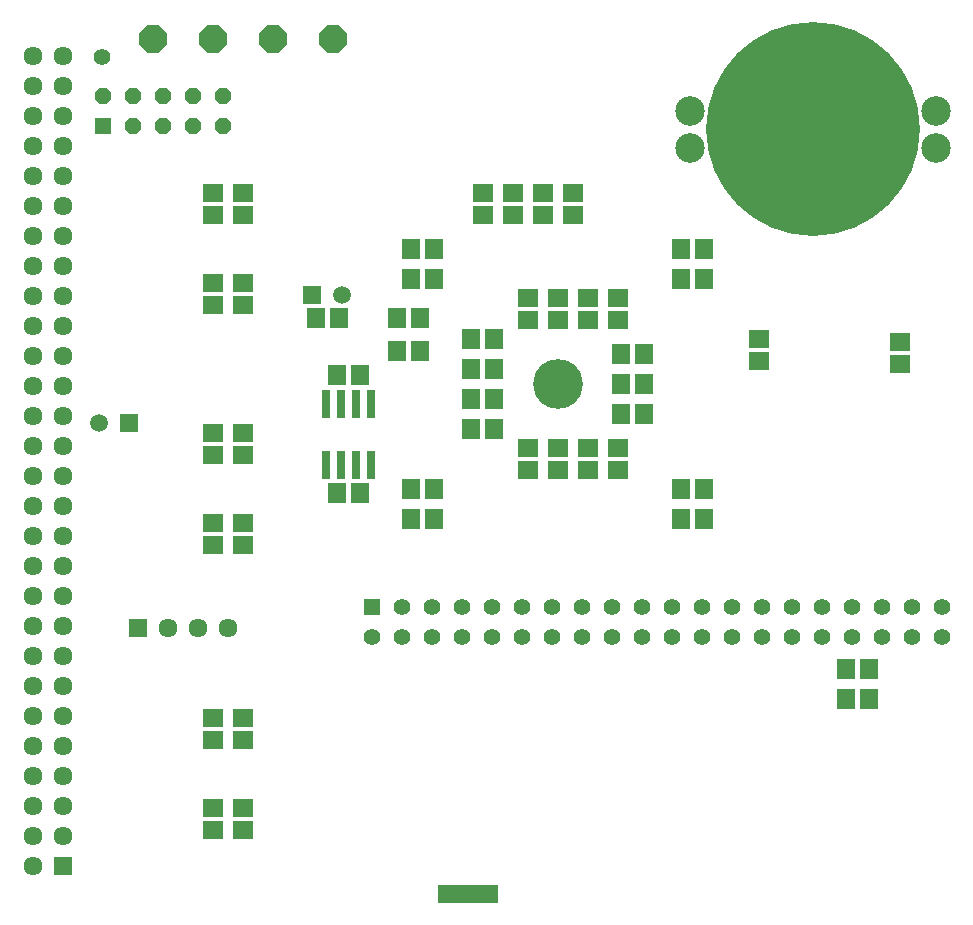
<source format=gbs>
G75*
%MOIN*%
%OFA0B0*%
%FSLAX25Y25*%
%IPPOS*%
%LPD*%
%AMOC8*
5,1,8,0,0,1.08239X$1,22.5*
%
%ADD10R,0.20000X0.06000*%
%ADD11C,0.09855*%
%ADD12C,0.71302*%
%ADD13R,0.06706X0.05918*%
%ADD14R,0.05918X0.06706*%
%ADD15R,0.06337X0.06337*%
%ADD16C,0.06337*%
%ADD17C,0.16610*%
%ADD18R,0.03162X0.09461*%
%ADD19R,0.05550X0.05550*%
%ADD20C,0.05550*%
%ADD21OC8,0.05550*%
%ADD22OC8,0.09300*%
%ADD23C,0.02828*%
%ADD24R,0.05943X0.05943*%
%ADD25C,0.05943*%
D10*
X0190000Y0060000D03*
D11*
X0264055Y0308701D03*
X0264055Y0320906D03*
X0345945Y0320906D03*
X0345945Y0308701D03*
D12*
X0305000Y0315000D03*
D13*
X0225000Y0293740D03*
X0225000Y0286260D03*
X0215000Y0286260D03*
X0205000Y0286260D03*
X0205000Y0293740D03*
X0215000Y0293740D03*
X0195000Y0293740D03*
X0195000Y0286260D03*
X0210000Y0258740D03*
X0220000Y0258740D03*
X0230000Y0258740D03*
X0230000Y0251260D03*
X0220000Y0251260D03*
X0210000Y0251260D03*
X0240000Y0251260D03*
X0240000Y0258740D03*
X0287044Y0245154D03*
X0287044Y0237674D03*
X0334127Y0236674D03*
X0334127Y0244154D03*
X0240000Y0208740D03*
X0240000Y0201260D03*
X0230000Y0201260D03*
X0220000Y0201260D03*
X0210000Y0201260D03*
X0210000Y0208740D03*
X0220000Y0208740D03*
X0230000Y0208740D03*
X0115000Y0206260D03*
X0105000Y0206260D03*
X0105000Y0213740D03*
X0115000Y0213740D03*
X0115000Y0183740D03*
X0105000Y0183740D03*
X0105000Y0176260D03*
X0115000Y0176260D03*
X0115000Y0118740D03*
X0105000Y0118740D03*
X0105000Y0111260D03*
X0115000Y0111260D03*
X0115000Y0088740D03*
X0105000Y0088740D03*
X0105000Y0081260D03*
X0115000Y0081260D03*
X0115000Y0256260D03*
X0105000Y0256260D03*
X0105000Y0263740D03*
X0115000Y0263740D03*
X0115000Y0286260D03*
X0105000Y0286260D03*
X0105000Y0293740D03*
X0115000Y0293740D03*
D14*
X0171260Y0275000D03*
X0178740Y0275000D03*
X0178740Y0265000D03*
X0171260Y0265000D03*
X0173990Y0252000D03*
X0166510Y0252000D03*
X0166510Y0241000D03*
X0173990Y0241000D03*
X0191260Y0245000D03*
X0198740Y0245000D03*
X0198740Y0235000D03*
X0191260Y0235000D03*
X0191260Y0225000D03*
X0198740Y0225000D03*
X0198740Y0215000D03*
X0191260Y0215000D03*
X0178740Y0195000D03*
X0171260Y0195000D03*
X0171260Y0185000D03*
X0178740Y0185000D03*
X0153990Y0193500D03*
X0146510Y0193500D03*
X0146510Y0233000D03*
X0153990Y0233000D03*
X0146990Y0252000D03*
X0139510Y0252000D03*
X0241260Y0240000D03*
X0248740Y0240000D03*
X0248740Y0230000D03*
X0241260Y0230000D03*
X0241260Y0220000D03*
X0248740Y0220000D03*
X0261260Y0195000D03*
X0268740Y0195000D03*
X0268740Y0185000D03*
X0261260Y0185000D03*
X0316260Y0135000D03*
X0323740Y0135000D03*
X0323740Y0125000D03*
X0316260Y0125000D03*
X0268740Y0265000D03*
X0261260Y0265000D03*
X0261260Y0275000D03*
X0268740Y0275000D03*
D15*
X0080000Y0148500D03*
X0055000Y0069173D03*
D16*
X0045000Y0069173D03*
X0045000Y0079173D03*
X0055000Y0079173D03*
X0055000Y0089173D03*
X0045000Y0089173D03*
X0045000Y0099173D03*
X0055000Y0099173D03*
X0055000Y0109173D03*
X0045000Y0109173D03*
X0045000Y0119173D03*
X0055000Y0119173D03*
X0055000Y0129173D03*
X0045000Y0129173D03*
X0045000Y0139173D03*
X0055000Y0139173D03*
X0055000Y0149173D03*
X0045000Y0149173D03*
X0045000Y0159173D03*
X0055000Y0159173D03*
X0055000Y0169173D03*
X0045000Y0169173D03*
X0045000Y0179173D03*
X0055000Y0179173D03*
X0055000Y0189173D03*
X0045000Y0189173D03*
X0045000Y0199173D03*
X0055000Y0199173D03*
X0055000Y0209173D03*
X0045000Y0209173D03*
X0045000Y0219173D03*
X0055000Y0219173D03*
X0055000Y0229173D03*
X0045000Y0229173D03*
X0045000Y0239173D03*
X0055000Y0239173D03*
X0055000Y0249173D03*
X0045000Y0249173D03*
X0045000Y0259173D03*
X0055000Y0259173D03*
X0055000Y0269173D03*
X0045000Y0269173D03*
X0045000Y0279173D03*
X0055000Y0279173D03*
X0055000Y0289173D03*
X0045000Y0289173D03*
X0045000Y0299173D03*
X0055000Y0299173D03*
X0055000Y0309173D03*
X0045000Y0309173D03*
X0045000Y0319173D03*
X0055000Y0319173D03*
X0055000Y0329173D03*
X0045000Y0329173D03*
X0045000Y0339173D03*
X0055000Y0339173D03*
X0090000Y0148500D03*
X0100000Y0148500D03*
X0110000Y0148500D03*
D17*
X0220000Y0230000D03*
D18*
X0157750Y0223486D03*
X0152750Y0223486D03*
X0147750Y0223486D03*
X0142750Y0223486D03*
X0142750Y0203014D03*
X0147750Y0203014D03*
X0152750Y0203014D03*
X0157750Y0203014D03*
D19*
X0157953Y0155669D03*
X0068500Y0316000D03*
D20*
X0068000Y0339000D03*
X0167953Y0155669D03*
X0177953Y0155669D03*
X0187953Y0155669D03*
X0197953Y0155669D03*
X0207953Y0155669D03*
X0217953Y0155669D03*
X0227953Y0155669D03*
X0237953Y0155669D03*
X0247953Y0155669D03*
X0257953Y0155669D03*
X0267953Y0155669D03*
X0277953Y0155669D03*
X0287953Y0155669D03*
X0297953Y0155669D03*
X0307953Y0155669D03*
X0317953Y0155669D03*
X0327953Y0155669D03*
X0337953Y0155669D03*
X0347953Y0155669D03*
X0347953Y0145669D03*
X0337953Y0145669D03*
X0327953Y0145669D03*
X0317953Y0145669D03*
X0307953Y0145669D03*
X0297953Y0145669D03*
X0287953Y0145669D03*
X0277953Y0145669D03*
X0267953Y0145669D03*
X0257953Y0145669D03*
X0247953Y0145669D03*
X0237953Y0145669D03*
X0227953Y0145669D03*
X0217953Y0145669D03*
X0207953Y0145669D03*
X0197953Y0145669D03*
X0187953Y0145669D03*
X0177953Y0145669D03*
X0167953Y0145669D03*
X0157953Y0145669D03*
D21*
X0108500Y0316000D03*
X0108500Y0326000D03*
X0098500Y0326000D03*
X0088500Y0326000D03*
X0088500Y0316000D03*
X0098500Y0316000D03*
X0078500Y0316000D03*
X0078500Y0326000D03*
X0068500Y0326000D03*
D22*
X0085000Y0345000D03*
X0105000Y0345000D03*
X0125000Y0345000D03*
X0145000Y0345000D03*
D23*
X0190000Y0060000D03*
D24*
X0077000Y0217000D03*
X0138000Y0259500D03*
D25*
X0148000Y0259500D03*
X0067000Y0217000D03*
M02*

</source>
